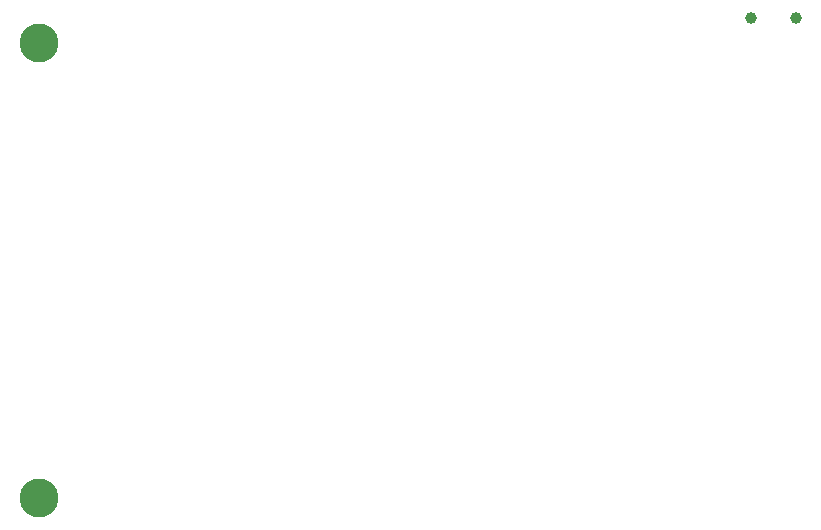
<source format=gbr>
%TF.GenerationSoftware,Altium Limited,Altium Designer,19.1.7 (138)*%
G04 Layer_Color=0*
%FSLAX26Y26*%
%MOIN*%
%TF.FileFunction,NonPlated,1,2,NPTH,Drill*%
%TF.Part,Single*%
G01*
G75*
%TA.AperFunction,ComponentDrill*%
%ADD75C,0.039370*%
%ADD76C,0.129921*%
D75*
X2677487Y3112410D02*
D03*
X2527487D02*
D03*
D76*
X155905Y3028387D02*
D03*
Y1512639D02*
D03*
%TF.MD5,bda83457d3eb5b4a80a1197972fac69e*%
M02*

</source>
